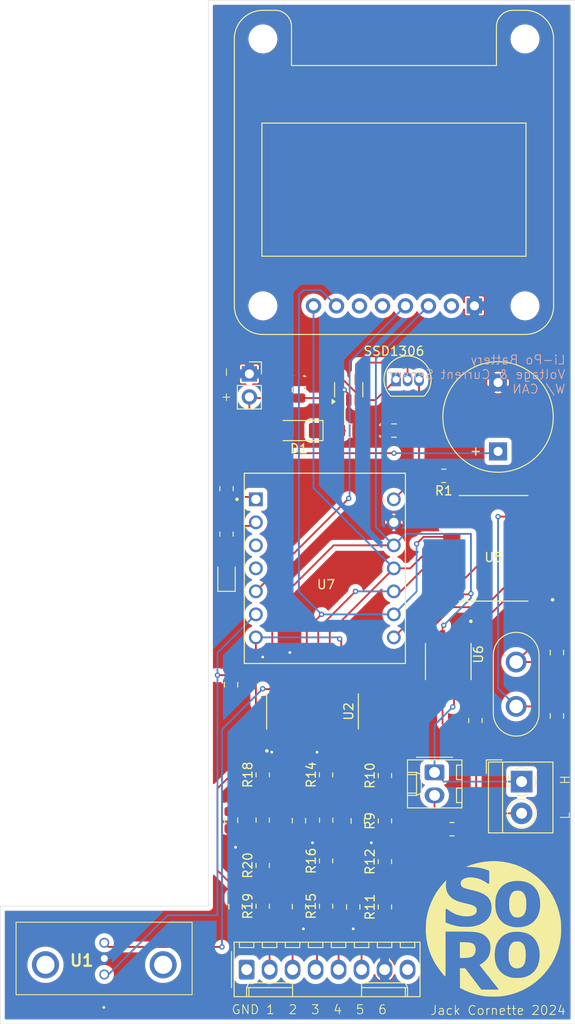
<source format=kicad_pcb>
(kicad_pcb (version 20240108) (generator "pcbnew") (generator_version "8.0")
  (layers (0 "F.Cu" signal) (31 "B.Cu" signal) (34 "B.Paste" user) (35 "F.Paste" user) (36 "B.SilkS" user "B.Silkscreen") (37 "F.SilkS" user "F.Silkscreen") (38 "B.Mask" user) (39 "F.Mask" user) (44 "Edge.Cuts" user))
  (net 0 "")
  (net 1 "Net-(BZ1-+)")
  (net 2 "-BATT")
  (net 3 "Net-(U5-OSC2)")
  (net 4 "Net-(U5-OSC1)")
  (net 5 "VCC")
  (net 6 "/A5")
  (net 7 "/A4")
  (net 8 "/A3")
  (net 9 "/A2")
  (net 10 "/A1")
  (net 11 "/A0")
  (net 12 "Net-(D1-K)")
  (net 13 "+BATT")
  (net 14 "Net-(D2-A)")
  (net 15 "Net-(J1-Pin_3)")
  (net 16 "Net-(J1-Pin_4)")
  (net 17 "/Display")
  (net 18 "Net-(J1-Pin_6)")
  (net 19 "Net-(J1-Pin_2)")
  (net 20 "Net-(J2-Pin_2)")
  (net 21 "Net-(J2-Pin_1)")
  (net 22 "Net-(J3-Pin_2)")
  (net 23 "Net-(Q1-G)")
  (net 24 "Net-(U5-~{RESET})")
  (net 25 "Net-(U6-RS)")
  (net 26 "/MISO")
  (net 27 "/SCK")
  (net 28 "/MOSI")
  (net 29 "+3V3")
  (net 35 "Net-(U5-RXCAN)")
  (net 36 "Net-(U5-TXCAN)")
  (net 42 "Net-(U7-PA02_A0_D0)")
  (net 43 "Net-(U7-PA4_A1_D1)")
  (net 46 "/CS2")
  (net 47 "/CS1")
  (net 48 "/Current")
  (footprint "Capacitor_SMD:C_0805_2012Metric" (layer "F.Cu") (at 114 149.555 -90)
    (property "Reference" "C7" (hide yes))
    (property "Value" "0.1uF" (hide yes))
    (pad "1" smd roundrect (at -0.95 0 270) (size 1 1.45) (layers "F.Cu" "F.Paste" "F.Mask") (net 8 "/A3"))
    (pad "2" smd roundrect (at 0.95 0 270) (size 1 1.45) (layers "F.Cu" "F.Paste" "F.Mask") (net 2 "-BATT"))
  )
  (footprint "LED_SMD:LED_0805_2012Metric" (layer "F.Cu") (at 106 122.5625 90)
    (property "Reference" "D2" (hide yes))
    (property "Value" "LED")
    (pad "1" smd roundrect (at -0.9375 0 90) (size 0.975 1.4) (layers "F.Cu" "F.Paste" "F.Mask") (net 2 "-BATT"))
    (pad "2" smd roundrect (at 0.9375 0 90) (size 0.975 1.4) (layers "F.Cu" "F.Paste" "F.Mask") (net 14 "Net-(D2-A)"))
  )
  (footprint "LOGO" (layer "F.Cu") (at 135.5 161.5)
    (property "Reference" "G***" (hide yes))
    (property "Value" "LOGO" (hide yes))
  )
  (footprint "MCP3208-CI_SL:SOIC127P600X175-16N" (layer "F.Cu") (at 115.5 137.5 90)
    (property "Reference" "U2" (at 0 4 -90) (layer "F.SilkS"))
    (property "Value" "MCP3208")
    (pad "1" smd roundrect (at -2.455 -4.445 90) (size 1.9 0.6) (layers "F.Cu" "F.Paste" "F.Mask") (roundrect_rratio 0.125) (net 11 "/A0"))
    (pad "2" smd roundrect (at -2.455 -3.175 90) (size 1.9 0.6) (layers "F.Cu" "F.Paste" "F.Mask") (roundrect_rratio 0.125) (net 10 "/A1"))
    (pad "3" smd roundrect (at -2.455 -1.905 90) (size 1.9 0.6) (layers "F.Cu" "F.Paste" "F.Mask") (roundrect_rratio 0.125) (net 9 "/A2"))
    (pad "4" smd roundrect (at -2.455 -0.635 90) (size 1.9 0.6) (layers "F.Cu" "F.Paste" "F.Mask") (roundrect_rratio 0.125) (net 8 "/A3"))
    (pad "5" smd roundrect (at -2.455 0.635 90) (size 1.9 0.6) (layers "F.Cu" "F.Paste" "F.Mask") (roundrect_rratio 0.125) (net 7 "/A4"))
    (pad "6" smd roundrect (at -2.455 1.905 90) (size 1.9 0.6) (layers "F.Cu" "F.Paste" "F.Mask") (roundrect_rratio 0.125) (net 6 "/A5"))
    (pad "7" smd roundrect (at -2.455 3.175 90) (size 1.9 0.6) (layers "F.Cu" "F.Paste" "F.Mask") (roundrect_rratio 0.125))
    (pad "8" smd roundrect (at -2.455 4.445 90) (size 1.9 0.6) (layers "F.Cu" "F.Paste" "F.Mask") (roundrect_rratio 0.125))
    (pad "9" smd roundrect (at 2.455 4.445 90) (size 1.9 0.6) (layers "F.Cu" "F.Paste" "F.Mask") (roundrect_rratio 0.125) (net 2 "-BATT"))
    (pad "10" smd roundrect (at 2.455 3.175 90) (size 1.9 0.6) (layers "F.Cu" "F.Paste" "F.Mask") (roundrect_rratio 0.125) (net 46 "/CS2"))
    (pad "11" smd roundrect (at 2.455 1.905 90) (size 1.9 0.6) (layers "F.Cu" "F.Paste" "F.Mask") (roundrect_rratio 0.125) (net 28 "/MOSI"))
    (pad "12" smd roundrect (at 2.455 0.635 90) (size 1.9 0.6) (layers "F.Cu" "F.Paste" "F.Mask") (roundrect_rratio 0.125) (net 26 "/MISO"))
    (pad "13" smd roundrect (at 2.455 -0.635 90) (size 1.9 0.6) (layers "F.Cu" "F.Paste" "F.Mask") (roundrect_rratio 0.125) (net 27 "/SCK"))
    (pad "14" smd roundrect (at 2.455 -1.905 90) (size 1.9 0.6) (layers "F.Cu" "F.Paste" "F.Mask") (roundrect_rratio 0.125) (net 2 "-BATT"))
    (pad "15" smd roundrect (at 2.455 -3.175 90) (size 1.9 0.6) (layers "F.Cu" "F.Paste" "F.Mask") (roundrect_rratio 0.125) (net 29 "+3V3"))
    (pad "16" smd roundrect (at 2.455 -4.445 90) (size 1.9 0.6) (layers "F.Cu" "F.Paste" "F.Mask") (roundrect_rratio 0.125) (net 29 "+3V3"))
  )
  (footprint "Capacitor_SMD:C_0805_2012Metric" (layer "F.Cu") (at 142.5 131 90)
    (property "Reference" "C1" (hide yes))
    (property "Value" "22pF")
    (pad "1" smd roundrect (at -0.95 0 90) (size 1 1.45) (layers "F.Cu" "F.Paste" "F.Mask") (net 3 "Net-(U5-OSC2)"))
    (pad "2" smd roundrect (at 0.95 0 90) (size 1 1.45) (layers "F.Cu" "F.Paste" "F.Mask") (net 2 "-BATT"))
  )
  (footprint "Resistor_SMD:R_0805_2012Metric" (layer "F.Cu") (at 106 112.9125 -90)
    (property "Reference" "R3" (hide yes))
    (property "Value" "R_Small_US" (hide yes))
    (pad "1" smd roundrect (at -0.9125 0 270) (size 1.025 1.4) (layers "F.Cu" "F.Paste" "F.Mask") (roundrect_rratio 0.243902) (net 1 "Net-(BZ1-+)"))
    (pad "2" smd roundrect (at 0.9125 0 270) (size 1.025 1.4) (layers "F.Cu" "F.Paste" "F.Mask") (roundrect_rratio 0.243902) (net 42 "Net-(U7-PA02_A0_D0)"))
  )
  (footprint "Resistor_SMD:R_0805_2012Metric" (layer "F.Cu") (at 119.5 106.5)
    (property "Reference" "R7" (hide yes))
    (property "Value" "100 ")
    (pad "1" smd roundrect (at -0.9125 0) (size 1.025 1.4) (layers "F.Cu" "F.Paste" "F.Mask") (roundrect_rratio 0.243902) (net 12 "Net-(D1-K)"))
    (pad "2" smd roundrect (at 0.9125 0) (size 1.025 1.4) (layers "F.Cu" "F.Paste" "F.Mask") (roundrect_rratio 0.243902) (net 2 "-BATT"))
  )
  (footprint "Resistor_SMD:R_0805_2012Metric" (layer "F.Cu") (at 117 159 90)
    (property "Reference" "R15" (at 0 -1.65 -90) (layer "F.SilkS"))
    (property "Value" "R_Small_US" (hide yes))
    (pad "1" smd roundrect (at -0.9125 0 90) (size 1.025 1.4) (layers "F.Cu" "F.Paste" "F.Mask") (roundrect_rratio 0.243902) (net 16 "Net-(J1-Pin_4)"))
    (pad "2" smd roundrect (at 0.9125 0 90) (size 1.025 1.4) (layers "F.Cu" "F.Paste" "F.Mask") (roundrect_rratio 0.243902) (net 9 "/A2"))
  )
  (footprint "Resistor_SMD:R_0805_2012Metric" (layer "F.Cu") (at 133.5 138.5 -90)
    (property "Reference" "R5" (hide yes))
    (property "Value" "100k")
    (pad "1" smd roundrect (at -0.9125 0 270) (size 1.025 1.4) (layers "F.Cu" "F.Paste" "F.Mask") (roundrect_rratio 0.243902) (net 25 "Net-(U6-RS)"))
    (pad "2" smd roundrect (at 0.9125 0 270) (size 1.025 1.4) (layers "F.Cu" "F.Paste" "F.Mask") (roundrect_rratio 0.243902) (net 2 "-BATT"))
  )
  (footprint "Resistor_SMD:R_0805_2012Metric" (layer "F.Cu") (at 123.5 154.0875 90)
    (property "Reference" "R12" (at 0 -1.65 -90) (layer "F.SilkS"))
    (property "Value" "R_Small_US" (hide yes))
    (pad "1" smd roundrect (at -0.9125 0 90) (size 1.025 1.4) (layers "F.Cu" "F.Paste" "F.Mask") (roundrect_rratio 0.243902) (net 7 "/A4"))
    (pad "2" smd roundrect (at 0.9125 0 90) (size 1.025 1.4) (layers "F.Cu" "F.Paste" "F.Mask") (roundrect_rratio 0.243902) (net 2 "-BATT"))
  )
  (footprint "Resistor_SMD:R_0805_2012Metric" (layer "F.Cu") (at 117 154 90)
    (property "Reference" "R16" (at 0 -1.65 -90) (layer "F.SilkS"))
    (property "Value" "R_Small_US" (hide yes))
    (pad "1" smd roundrect (at -0.9125 0 90) (size 1.025 1.4) (layers "F.Cu" "F.Paste" "F.Mask") (roundrect_rratio 0.243902) (net 9 "/A2"))
    (pad "2" smd roundrect (at 0.9125 0 90) (size 1.025 1.4) (layers "F.Cu" "F.Paste" "F.Mask") (roundrect_rratio 0.243902) (net 2 "-BATT"))
  )
  (footprint "TerminalBlock_4Ucon:TerminalBlock_4Ucon_1x02_P3.50mm_Horizontal" (layer "F.Cu") (at 138.6 145.25 -90)
    (property "Reference" "J2" (hide yes))
    (property "Value" "Screw_Terminal" (hide yes))
    (pad "1" thru_hole rect (at 0 0 270) (size 2.4 2.4) (drill 1.2) (layers "*.Cu" "*.Mask") (net 21 "Net-(J2-Pin_1)"))
    (pad "2" thru_hole circle (at 3.5 0 270) (size 2.4 2.4) (drill 1.2) (layers "*.Cu" "*.Mask") (net 20 "Net-(J2-Pin_2)"))
  )
  (footprint "Resistor_SMD:R_0805_2012Metric" (layer "F.Cu") (at 130.9125 150.5)
    (property "Reference" "R6" (hide yes))
    (property "Value" "120")
    (pad "1" smd roundrect (at -0.9125 0) (size 1.025 1.4) (layers "F.Cu" "F.Paste" "F.Mask") (roundrect_rratio 0.243902) (net 22 "Net-(J3-Pin_2)"))
    (pad "2" smd roundrect (at 0.9125 0) (size 1.025 1.4) (layers "F.Cu" "F.Paste" "F.Mask") (roundrect_rratio 0.243902) (net 20 "Net-(J2-Pin_2)"))
  )
  (footprint "Diode_SMD:D_MiniMELF" (layer "F.Cu") (at 114 106.5 180)
    (property "Reference" "D1" (at 0 -2 180) (layer "F.SilkS"))
    (property "Value" "BZV55B3V3" (hide yes))
    (pad "1" smd roundrect (at -1.75 0 180) (size 1.3 1.7) (layers "F.Cu" "F.Paste" "F.Mask") (roundrect_rratio 0.1923076923) (net 12 "Net-(D1-K)"))
    (pad "2" smd roundrect (at 1.75 0 180) (size 1.3 1.7) (layers "F.Cu" "F.Paste" "F.Mask") (roundrect_rratio 0.1923076923) (net 13 "+BATT"))
  )
  (footprint "Capacitor_SMD:C_0805_2012Metric" (layer "F.Cu") (at 106.5 149.5 -90)
    (property "Reference" "C5" (hide yes))
    (property "Value" "0.1uF" (hide yes))
    (pad "1" smd roundrect (at -0.95 0 270) (size 1 1.45) (layers "F.Cu" "F.Paste" "F.Mask") (net 10 "/A1"))
    (pad "2" smd roundrect (at 0.95 0 270) (size 1 1.45) (layers "F.Cu" "F.Paste" "F.Mask") (net 2 "-BATT"))
  )
  (footprint "Resistor_SMD:R_0805_2012Metric" (layer "F.Cu") (at 110 149.5 90)
    (property "Reference" "R17" (hide yes))
    (property "Value" "R_Small_US" (hide yes))
    (pad "1" smd roundrect (at -0.9125 0 90) (size 1.025 1.4) (layers "F.Cu" "F.Paste" "F.Mask") (roundrect_rratio 0.243902) (net 15 "Net-(J1-Pin_3)"))
    (pad "2" smd roundrect (at 0.9125 0 90) (size 1.025 1.4) (layers "F.Cu" "F.Paste" "F.Mask") (roundrect_rratio 0.243902) (net 10 "/A1"))
  )
  (footprint "Buzzer_Beeper:Buzzer_12x9.5RM7.6" (layer "F.Cu") (at 136 108.8 90)
    (property "Reference" "BZ1" (hide yes))
    (property "Value" "Buzzer")
    (fp_text user "+" (at -0.01 -2.54 -90) (layer "F.SilkS"))
    (pad "1" thru_hole rect (at 0 0 90) (size 2 2) (drill 1) (layers "*.Cu" "*.Mask") (net 1 "Net-(BZ1-+)"))
    (pad "2" thru_hole circle (at 7.6 0 90) (size 2 2) (drill 1) (layers "*.Cu" "*.Mask") (net 2 "-BATT"))
  )
  (footprint "Package_TO_SOT_SMD:SOT-23-5" (layer "F.Cu") (at 119.5 102 90)
    (property "Reference" "U3" (hide yes))
    (property "Value" "LM397")
    (pad "1" smd roundrect (at -1.1375 -0.95 90) (size 1.325 0.6) (layers "F.Cu" "F.Paste" "F.Mask") (net 12 "Net-(D1-K)"))
    (pad "2" smd roundrect (at -1.1375 0 90) (size 1.325 0.6) (layers "F.Cu" "F.Paste" "F.Mask") (net 2 "-BATT"))
    (pad "3" smd roundrect (at -1.1375 0.95 90) (size 1.325 0.6) (layers "F.Cu" "F.Paste" "F.Mask") (net 13 "+BATT"))
    (pad "4" smd roundrect (at 1.1375 0.95 90) (size 1.325 0.6) (layers "F.Cu" "F.Paste" "F.Mask") (net 23 "Net-(Q1-G)"))
    (pad "5" smd roundrect (at 1.1375 -0.95 90) (size 1.325 0.6) (layers "F.Cu" "F.Paste" "F.Mask") (net 13 "+BATT"))
  )
  (footprint "MAX13051ASA_:SOIC127P600X175-8N" (layer "F.Cu") (at 130.5 132 -90)
    (property "Reference" "U6" (at -0.795 -3.332 90) (layer "F.SilkS"))
    (property "Value" "MAX3051")
    (pad "1" smd roundrect (at -2.475 -1.905 270) (size 1.97 0.59) (layers "F.Cu" "F.Paste" "F.Mask") (roundrect_rratio 0.125) (net 36 "Net-(U5-TXCAN)"))
    (pad "2" smd roundrect (at -2.475 -0.635 270) (size 1.97 0.59) (layers "F.Cu" "F.Paste" "F.Mask") (roundrect_rratio 0.125) (net 2 "-BATT"))
    (pad "3" smd roundrect (at -2.475 0.635 270) (size 1.97 0.59) (layers "F.Cu" "F.Paste" "F.Mask") (roundrect_rratio 0.125) (net 29 "+3V3"))
    (pad "4" smd roundrect (at -2.475 1.905 270) (size 1.97 0.59) (layers "F.Cu" "F.Paste" "F.Mask") (roundrect_rratio 0.125) (net 35 "Net-(U5-RXCAN)"))
    (pad "5" smd roundrect (at 2.475 1.905 270) (size 1.97 0.59) (layers "F.Cu" "F.Paste" "F.Mask") (roundrect_rratio 0.125))
    (pad "6" smd roundrect (at 2.475 0.635 270) (size 1.97 0.59) (layers "F.Cu" "F.Paste" "F.Mask") (roundrect_rratio 0.125) (net 20 "Net-(J2-Pin_2)"))
    (pad "7" smd roundrect (at 2.475 -0.635 270) (size 1.97 0.59) (layers "F.Cu" "F.Paste" "F.Mask") (roundrect_rratio 0.125) (net 21 "Net-(J2-Pin_1)"))
    (pad "8" smd roundrect (at 2.475 -1.905 270) (size 1.97 0.59) (layers "F.Cu" "F.Paste" "F.Mask") (roundrect_rratio 0.125) (net 25 "Net-(U6-RS)"))
  )
  (footprint "KiCad:WCS1700" (layer "F.Cu") (at 92.5 166.04)
    (property "Reference" "U1" (at -2.5 -1.04 0) (layer "F.SilkS") (effects (font (size 1.27 1.27) (thickness 0.254))))
    (property "Value" "WCS1700" (hide yes))
    (pad "1" thru_hole circle (at 0 0.5) (size 1.1 1.1) (drill 0.77) (layers "*.Cu" "*.Mask") (net 48 "/Current"))
    (pad "2" thru_hole circle (at 0 -1.27) (size 1.1 1.1) (drill 0.77) (layers "*.Cu" "*.Mask") (net 2 "-BATT"))
    (pad "3" thru_hole circle (at 0 -3) (size 1.1 1.1) (drill 0.77) (layers "*.Cu" "*.Mask") (net 29 "+3V3"))
    (pad "MH1" thru_hole circle (at -6.5 -0.57) (size 3 3) (drill 2) (layers "*.Cu" "*.Mask"))
    (pad "MH2" thru_hole circle (at 6.5 -0.57) (size 3 3) (drill 2) (layers "*.Cu" "*.Mask"))
  )
  (footprint "Resistor_SMD:R_0805_2012Metric" (layer "F.Cu") (at 110 154.5 90)
    (property "Reference" "R20" (at 0 -1.65 -90) (layer "F.SilkS"))
    (property "Value" "R_Small_US" (hide yes))
    (pad "1" smd roundrect (at -0.9125 0 90) (size 1.025 1.4) (layers "F.Cu" "F.Paste" "F.Mask") (roundrect_rratio 0.243902) (net 11 "/A0"))
    (pad "2" smd roundrect (at 0.9125 0 90) (size 1.025 1.4) (layers "F.Cu" "F.Paste" "F.Mask") (roundrect_rratio 0.243902) (net 2 "-BATT"))
  )
  (footprint "Resistor_SMD:R_0805_2012Metric" (layer "F.Cu") (at 110 144.5 90)
    (property "Reference" "R18" (at 0 -1.65 -90) (layer "F.SilkS"))
    (property "Value" "R_Small_US" (hide yes))
    (pad "1" smd roundrect (at -0.9125 0 90) (size 1.025 1.4) (layers "F.Cu" "F.Paste" "F.Mask") (roundrect_rratio 0.243902) (net 10 "/A1"))
    (pad "2" smd roundrect (at 0.9125 0 90) (size 1.025 1.4) (layers "F.Cu" "F.Paste" "F.Mask") (roundrect_rratio 0.243902) (net 2 "-BATT"))
  )
  (footprint "Resistor_SMD:R_0805_2012Metric" (layer "F.Cu") (at 123.5 149.5875 90)
    (property "Reference" "R9" (at 0 -1.65 -90) (layer "F.SilkS"))
    (property "Value" "R_Small_US" (hide yes))
    (pad "1" smd roundrect (at -0.9125 0 90) (size 1.025 1.4) (layers "F.Cu" "F.Paste" "F.Mask") (roundrect_rratio 0.243902))
    (pad "2" smd roundrect (at 0.9125 0 90) (size 1.025 1.4) (layers "F.Cu" "F.Paste" "F.Mask") (roundrect_rratio 0.243902) (net 6 "/A5"))
  )
  (footprint "Resistor_SMD:R_0805_2012Metric" (layer "F.Cu") (at 110 159 90)
    (property "Reference" "R19" (at 0 -1.65 -90) (layer "F.SilkS"))
    (property "Value" "R_Small_US" (hide yes))
    (pad "1" smd roundrect (at -0.9125 0 90) (size 1.025 1.4) (layers "F.Cu" "F.Paste" "F.Mask") (roundrect_rratio 0.243902) (net 19 "Net-(J1-Pin_2)"))
    (pad "2" smd roundrect (at 0.9125 0 90) (size 1.025 1.4) (layers "F.Cu" "F.Paste" "F.Mask") (roundrect_rratio 0.243902) (net 11 "/A0"))
  )
  (footprint "Capacitor_SMD:C_0805_2012Metric" (layer "F.Cu") (at 114 159.05 -90)
    (property "Reference" "C6" (hide yes))
    (property "Value" "0.1uF" (hide yes))
    (pad "1" smd roundrect (at -0.95 0 270) (size 1 1.45) (layers "F.Cu" "F.Paste" "F.Mask") (net 9 "/A2"))
    (pad "2" smd roundrect (at 0.95 0 270) (size 1 1.45) (layers "F.Cu" "F.Paste" "F.Mask") (net 2 "-BATT"))
  )
  (footprint "Resistor_SMD:R_0805_2012Metric" (layer "F.Cu") (at 117.01 149.505 90)
    (property "Reference" "R13" (hide yes))
    (property "Value" "R_Small_US" (hide yes))
    (pad "1" smd roundrect (at -0.9125 0 90) (size 1.025 1.4) (layers "F.Cu" "F.Paste" "F.Mask") (roundrect_rratio 0.243902) (net 16 "Net-(J1-Pin_4)"))
    (pad "2" smd roundrect (at 0.9125 0 90) (size 1.025 1.4) (layers "F.Cu" "F.Paste" "F.Mask") (roundrect_rratio 0.243902) (net 8 "/A3"))
  )
  (footprint "Resistor_SMD:R_0805_2012Metric" (layer "F.Cu") (at 130 111.5 180)
    (property "Reference" "R1" (at 0 -1.65 180) (layer "F.SilkS"))
    (property "Value" "10k")
    (pad "1" smd roundrect (at -0.9125 0 180) (size 1.025 1.4) (layers "F.Cu" "F.Paste" "F.Mask") (roundrect_rratio 0.243902) (net 24 "Net-(U5-~{RESET})"))
    (pad "2" smd roundrect (at 0.9125 0 180) (size 1.025 1.4) (layers "F.Cu" "F.Paste" "F.Mask") (roundrect_rratio 0.243902) (net 5 "VCC"))
  )
  (footprint "Resistor_SMD:R_0805_2012Metric" (layer "F.Cu") (at 106 117.9375 -90)
    (property "Reference" "R2" (hide yes))
    (property "Value" "R_Small_US" (hide yes))
    (pad "1" smd roundrect (at -0.9125 0 270) (size 1.025 1.4) (layers "F.Cu" "F.Paste" "F.Mask") (roundrect_rratio 0.243902) (net 43 "Net-(U7-PA4_A1_D1)"))
    (pad "2" smd roundrect (at 0.9125 0 270) (size 1.025 1.4) (layers "F.Cu" "F.Paste" "F.Mask") (roundrect_rratio 0.243902) (net 14 "Net-(D2-A)"))
  )
  (footprint "Display:Adafruit_SSD1306" (layer "F.Cu") (at 133.39 92.735 180)
    (property "Reference" "SSD1306" (at 8.89 -5 180) (layer "F.SilkS"))
    (property "Value" "~")
    (pad "" np_thru_hole circle (at -5.588 0 180) (size 2.7 2.7) (drill 2.7) (layers "*.Cu" "*.Mask"))
    (pad "" np_thru_hole circle (at -5.588 29.464 180) (size 2.7 2.7) (drill 2.7) (layers "*.Cu" "*.Mask"))
    (pad "" np_thru_hole circle (at 23.368 0 180) (size 2.7 2.7) (drill 2.7) (layers "*.Cu" "*.Mask"))
    (pad "" np_thru_hole circle (at 23.368 29.464 180) (size 2.7 2.7) (drill 2.7) (layers "*.Cu" "*.Mask"))
    (pad "1" thru_hole rect (at 0 0 180) (size 1.7 1.7) (drill 1) (layers "*.Cu" "*.Mask") (net 2 "-BATT"))
    (pad "2" thru_hole circle (at 2.54 0 180) (size 1.7 1.7) (drill 1) (layers "*.Cu" "*.Mask"))
    (pad "3" thru_hole circle (at 5.08 0 180) (size 1.7 1.7) (drill 1) (layers "*.Cu" "*.Mask") (net 29 "+3V3"))
    (pad "4" thru_hole circle (at 7.62 0 180) (size 1.7 1.7) (drill 1) (layers "*.Cu" "*.Mask") (net 17 "/Display"))
    (pad "5" thru_hole circle (at 10.16 0 180) (size 1.7 1.7) (drill 1) (layers "*.Cu" "*.Mask"))
    (pad "6" thru_hole circle (at 12.7 0 180) (size 1.7 1.7) (drill 1) (layers "*.Cu" "*.Mask"))
    (pad "7" thru_hole circle (at 15.24 0 180) (size 1.7 1.7) (drill 1) (layers "*.Cu" "*.Mask") (net 27 "/SCK"))
    (pad "8" thru_hole circle (at 17.78 0 180) (size 1.7 1.7) (drill 1) (layers "*.Cu" "*.Mask") (net 28 "/MOSI"))
  )
  (footprint "102010388:MODULE_102010388" (layer "F.Cu") (at 116.8625 121.71)
    (property "Reference" "U7" (at 0.1375 1.79 0) (layer "F.SilkS"))
    (property "Value" "102010388" (hide yes))
    (pad "1" thru_hole rect (at -7.62 -7.62) (size 1.53 1.53) (drill 1.02) (layers "*.Cu" "*.Mask") (net 42 "Net-(U7-PA02_A0_D0)"))
    (pad "2" thru_hole circle (at -7.62 -5.08) (size 1.53 1.53) (drill 1.02) (layers "*.Cu" "*.Mask") (net 43 "Net-(U7-PA4_A1_D1)"))
    (pad "3" thru_hole circle (at -7.62 -2.54) (size 1.53 1.53) (drill 1.02) (layers "*.Cu" "*.Mask"))
    (pad "4" thru_hole circle (at -7.62 0) (size 1.53 1.53) (drill 1.02) (layers "*.Cu" "*.Mask"))
    (pad "5" thru_hole circle (at -7.62 2.54) (size 1.53 1.53) (drill 1.02) (layers "*.Cu" "*.Mask") (net 17 "/Display"))
    (pad "6" thru_hole circle (at -7.62 5.08) (size 1.53 1.53) (drill 1.02) (layers "*.Cu" "*.Mask") (net 48 "/Current"))
    (pad "7" thru_hole circle (at -7.62 7.62) (size 1.53 1.53) (drill 1.02) (layers "*.Cu" "*.Mask") (net 46 "/CS2"))
    (pad "8" thru_hole circle (at 7.62 7.62) (size 1.53 1.53) (drill 1.02) (layers "*.Cu" "*.Mask") (net 47 "/CS1"))
    (pad "9" thru_hole circle (at 7.62 5.08) (size 1.53 1.53) (drill 1.02) (layers "*.Cu" "*.Mask") (net 27 "/SCK"))
    (pad "10" thru_hole circle (at 7.62 2.54) (size 1.53 1.53) (drill 1.02) (layers "*.Cu" "*.Mask") (net 26 "/MISO"))
    (pad "11" thru_hole circle (at 7.62 0) (size 1.53 1.53) (drill 1.02) (layers "*.Cu" "*.Mask") (net 28 "/MOSI"))
    (pad "12" thru_hole circle (at 7.62 -2.54) (size 1.53 1.53) (drill 1.02) (layers "*.Cu" "*.Mask") (net 29 "+3V3"))
    (pad "13" thru_hole circle (at 7.62 -5.08) (size 1.53 1.53) (drill 1.02) (layers "*.Cu" "*.Mask") (net 2 "-BATT"))
    (pad "14" thru_hole circle (at 7.62 -7.62) (size 1.53 1.53) (drill 1.02) (layers "*.Cu" "*.Mask") (net 5 "VCC"))
  )
  (footprint "Capacitor_SMD:C_0805_2012Metric" (layer "F.Cu") (at 142.5 138 -90)
    (property "Reference" "C2" (hide yes))
    (property "Value" "22pF" (hide yes))
    (pad "1" smd roundrect (at -0.95 0 270) (size 1 1.45) (layers "F.Cu" "F.Paste" "F.Mask") (net 4 "Net-(U5-OSC1)"))
    (pad "2" smd roundrect (at 0.95 0 270) (size 1 1.45) (layers "F.Cu" "F.Paste" "F.Mask") (net 2 "-BATT"))
  )
  (footprint "Capacitor_SMD:C_0805_2012Metric" (layer "F.Cu") (at 106.5 134.55 90)
    (property "Reference" "C10" (hide yes))
    (property "Value" "0.1uF")
    (pad "1" smd roundrect (at -0.95 0 90) (size 1 1.45) (layers "F.Cu" "F.Paste" "F.Mask") (net 2 "-BATT"))
    (pad "2" smd roundrect (at 0.95 0 90) (size 1 1.45) (layers "F.Cu" "F.Paste" "F.Mask") (net 48 "/Current"))
  )
  (footprint "Resistor_SMD:R_0805_2012Metric" (layer "F.Cu") (at 123.5 144.5875 90)
    (property "Reference" "R10" (at 0 -1.65 -90) (layer "F.SilkS"))
    (property "Value" "R_Small_US" (hide yes))
    (pad "1" smd roundrect (at -0.9125 0 90) (size 1.025 1.4) (layers "F.Cu" "F.Paste" "F.Mask") (roundrect_rratio 0.243902) (net 6 "/A5"))
    (pad "2" smd roundrect (at 0.9125 0 90) (size 1.025 1.4) (layers "F.Cu" "F.Paste" "F.Mask") (roundrect_rratio 0.243902) (net 2 "-BATT"))
  )
  (footprint "Capacitor_SMD:C_0805_2012Metric" (layer "F.Cu") (at 124.5 106.5)
    (property "Reference" "C3" (hide yes))
    (property "Value" "0.1uF")
    (pad "1" smd roundrect (at -0.95 0) (size 1 1.45) (layers "F.Cu" "F.Paste" "F.Mask") (net 2 "-BATT"))
    (pad "2" smd roundrect (at 0.95 0) (size 1 1.45) (layers "F.Cu" "F.Paste" "F.Mask") (net 5 "VCC"))
  )
  (footprint "Capacitor_SMD:C_0805_2012Metric" (layer "F.Cu") (at 107 159.05 -90)
    (property "Reference" "C4" (hide yes))
    (property "Value" "0.1uF")
    (pad "1" smd roundrect (at -0.95 0 270) (size 1 1.45) (layers "F.Cu" "F.Paste" "F.Mask") (net 11 "/A0"))
    (pad "2" smd roundrect (at 0.95 0 270) (size 1 1.45) (layers "F.Cu" "F.Paste" "F.Mask") (net 2 "-BATT"))
  )
  (footprint "Capacitor_SMD:C_0805_2012Metric" (layer "F.Cu") (at 120 159.0875 -90)
    (property "Reference" "C8" (hide yes))
    (property "Value" "0.1uF" (hide yes))
    (pad "1" smd roundrect (at -0.95 0 270) (size 1 1.45) (layers "F.Cu" "F.Paste" "F.Mask") (net 7 "/A4"))
    (pad "2" smd roundrect (at 0.95 0 270) (size 1 1.45) (layers "F.Cu" "F.Paste" "F.Mask") (net 2 "-BATT"))
  )
  (footprint "Resistor_SMD:R_0805_2012Metric" (layer "F.Cu") (at 123.5 159.0875 90)
    (property "Reference" "R11" (at 0 -1.65 -90) (layer "F.SilkS"))
    (property "Value" "R_Small_US" (hide yes))
    (pad "1" smd roundrect (at -0.9125 0 90) (size 1.025 1.4) (layers "F.Cu" "F.Paste" "F.Mask") (roundrect_rratio 0.243902) (net 18 "Net-(J1-Pin_6)"))
    (pad "2" smd roundrect (at 0.9125 0 90) (size 1.025 1.4) (layers "F.Cu" "F.Paste" "F.Mask") (roundrect_rratio 0.243902) (net 7 "/A4"))
  )
  (footprint "Package_TO_SOT_THT:TO-92_Inline" (layer "F.Cu") (at 124.73 100.86)
    (property "Reference" "Q1" (hide yes))
    (property "Value" "BS108")
    (pad "1" thru_hole rect (at 0 0) (size 1.05 1.5) (drill 0.75) (layers "*.Cu" "*.Mask") (net 13 "+BATT"))
    (pad "2" thru_hole oval (at 1.27 0) (size 1.05 1.5) (drill 0.75) (layers "*.Cu" "*.Mask") (net 23 "Net-(Q1-G)"))
    (pad "3" thru_hole oval (at 2.54 0) (size 1.05 1.5) (drill 0.75) (layers "*.Cu" "*.Mask") (net 5 "VCC"))
  )
  (footprint "Connector_Molex:Molex_KK-254_AE-6410-08A_1x08_P2.54mm_Vertical" (layer "F.Cu") (at 108.22 166)
    (property "Reference" "J1" (hide yes))
    (property "Value" "Conn_01x07_Pin" (hide yes))
    (pad "1" thru_hole roundrect (at 0 0) (size 1.74 2.19) (drill 1.19) (layers "*.Cu" "*.Mask") (roundrect_rratio 0.143678) (net 2 "-BATT"))
    (pad "2" thru_hole oval (at 2.54 0) (size 1.74 2.19) (drill 1.19) (layers "*.Cu" "*.Mask") (net 19 "Net-(J1-Pin_2)"))
    (pad "3" thru_hole oval (at 5.08 0) (size 1.74 2.19) (drill 1.19) (layers "*.Cu" "*.Mask") (net 13 "+BATT"))
    (pad "4" thru_hole oval (at 7.62 0) (size 1.74 2.19) (drill 1.19) (layers "*.Cu" "*.Mask") (net 16 "Net-(J1-Pin_4)"))
    (pad "5" thru_hole oval (at 10.16 0) (size 1.74 2.19) (drill 1.19) (layers "*.Cu" "*.Mask"))
    (pad "6" thru_hole oval (at 12.7 0) (size 1.74 2.19) (drill 1.19) (layers "*.Cu" "*.Mask") (net 18 "Net-(J1-Pin_6)"))
    (pad "7" thru_hole oval (at 15.24 0) (size 1.74 2.19) (drill 1.19) (layers "*.Cu" "*.Mask"))
    (pad "8" thru_hole oval (at 17.78 0) (size 1.74 2.19) (drill 1.19) (layers "*.Cu" "*.Mask"))
  )
  (footprint "MCP2515-I_SO:SOIC127P1030X265-18N" (layer "F.Cu") (at 135.5 119.5 180)
    (property "Reference" "U5" (at 0 -1 180) (layer "F.SilkS"))
    (property "Value" "MCP2515-xSO")
    (pad "1" smd roundrect (at -4.61 -5.08 180) (size 1.91 0.6) (layers "F.Cu" "F.Paste" "F.Mask") (roundrect_rratio 0.125) (net 36 "Net-(U5-TXCAN)"))
    (pad "2" smd roundrect (at -4.61 -3.81 180) (size 1.91 0.6) (layers "F.Cu" "F.Paste" "F.Mask") (roundrect_rratio 0.125) (net 35 "Net-(U5-RXCAN)"))
    (pad "3" smd roundrect (at -4.61 -2.54 180) (size 1.91 0.6) (layers "F.Cu" "F.Paste" "F.Mask") (roundrect_rratio 0.125))
    (pad "4" smd roundrect (at -4.61 -1.27 180) (size 1.91 0.6) (layers "F.Cu" "F.Paste" "F.Mask") (roundrect_rratio 0.125))
    (pad "5" smd roundrect (at -4.61 0 180) (size 1.91 0.6) (layers "F.Cu" "F.Paste" "F.Mask") (roundrect_rratio 0.125))
    (pad "6" smd roundrect (at -4.61 1.27 180) (size 1.91 0.6) (layers "F.Cu" "F.Paste" "F.Mask") (roundrect_rratio 0.125))
    (pad "7" smd roundrect (at -4.61 2.54 180) (size 1.91 0.6) (layers "F.Cu" "F.Paste" "F.Mask") (roundrect_rratio 0.125) (net 3 "Net-(U5-OSC2)"))
    (pad "8" smd roundrect (at -4.61 3.81 180) (size 1.91 0.6) (layers "F.Cu" "F.Paste" "F.Mask") (roundrect_rratio 0.125) (net 4 "Net-(U5-OSC1)"))
    (pad "9" smd roundrect (at -4.61 5.08 180) (size 1.91 0.6) (layers "F.Cu" "F.Paste" "F.Mask") (roundrect_rratio 0.125) (net 2 "-BATT"))
    (pad "10" smd roundrect (at 4.61 5.08 180) (size 1.91 0.6) (layers "F.Cu" "F.Paste" "F.Mask") (roundrect_rratio 0.125))
    (pad "11" smd roundrect (at 4.61 3.81 180) (size 1.91 0.6) (layers "F.Cu" "F.Paste" "F.Mask") (roundrect_rratio 0.125))
    (pad "12" smd roundrect (at 4.61 2.54 180) (size 1.91 0.6) (layers "F.Cu" "F.Paste" "F.Mask") (roundrect_rratio 0.125))
    (pad "13" smd roundrect (at 4.61 1.27 180) (size 1.91 0.6) (layers "F.Cu" "F.Paste" "F.Mask") (roundrect_rratio 0.125) (net 27 "/SCK"))
    (pad "14" smd roundrect (at 4.61 0 180) (size 1.91 0.6) (layers "F.Cu" "F.Paste" "F.Mask") (roundrect_rratio 0.125) (net 28 "/MOSI"))
    (pad "15" smd roundrect (at 4.61 -1.27 180) (size 1.91 0.6) (layers "F.Cu" "F.Paste" "F.Mask") (roundrect_rratio 0.125) (net 26 "/MISO"))
    (pad "16" smd roundrect (at 4.61 -2.54 180) (size 1.91 0.6) (layers "F.Cu" "F.Paste" "F.Mask") (roundrect_rratio 0.125) (net 47 "/CS1"))
    (pad "17" smd roundrect (at 4.61 -3.81 180) (size 1.91 0.6) (layers "F.Cu" "F.Paste" "F.Mask") (roundrect_rratio 0.125) (net 24 "Net-(U5-~{RESET})"))
    (pad "18" smd roundrect (at 4.61 -5.08 180) (size 1.91 0.6) (layers "F.Cu" "F.Paste" "F.Mask") (roundrect_rratio 0.125) (net 29 "+3V3"))
  )
  (footprint "Capacitor_SMD:C_0805_2012Metric" (layer "F.Cu") (at 120.5 149.5875 -90)
    (property "Reference" "C9" (hide yes))
    (property "Value" "0.1uF" (hide yes))
    (pad "1" smd roundrect (at -0.95 0 270) (size 1 1.45) (layers "F.Cu" "F.Paste" "F.Mask") (net 6 "/A5"))
    (pad "2" smd roundrect (at 0.95 0 270) (size 1 1.45) (layers "F.Cu" "F.Paste" "F.Mask") (net 2 "-BATT"))
  )
  (footprint "Crystal:Crystal_HC50_Vertical" (layer "F.Cu") (at 138 132.05 -90)
    (property "Reference" "U4" (hide yes))
    (property "Value" "Crystal_Oscillator_8MHz")
    (pad "1" thru_hole circle (at 0 0 270) (size 2.3 2.3) (drill 1.5) (layers "*.Cu" "*.Mask") (net 3 "Net-(U5-OSC2)"))
    (pad "2" thru_hole circle (at 4.9 0 270) (size 2.3 2.3) (drill 1.5) (layers "*.Cu" "*.Mask") (net 4 "Net-(U5-OSC1)"))
  )
  (footprint "Connector_PinSocket_2.54mm:PinSocket_1x02_P2.54mm_Vertical" (layer "F.Cu") (at 108.525 100.25)
    (property "Reference" "REF**" (hide yes))
    (property "Value" "PinSocket_1x02_P2.54mm_Vertical" (hide yes))
    (pad "1" thru_hole rect (at 0 0) (size 1.7 1.7) (drill 1) (layers "*.Cu" "*.Mask") (net 2 "-BATT"))
    (pad "2" thru_hole oval (at 0 2.54) (size 1.7 1.7) (drill 1) (layers "*.Cu" "*.Mask") (net 13 "+BATT"))
  )
  (footprint "Connector_Molex:Molex_KK-254_AE-6410-02A_1x02_P2.54mm_Vertical" (layer "F.Cu") (at 128.98 144.23 -90)
    (property "Reference" "J3" (hide yes))
    (property "Value" "Conn_01x02_Pin" (hide yes))
    (pad "1" thru_hole roundrect (at 0 0 270) (size 1.74 2.19) (drill 1.19) (layers "*.Cu" "*.Mask") (roundrect_rratio 0.143678) (net 21 "Net-(J2-Pin_1)"))
    (pad "2" thru_hole oval (at 2.54 0 270) (size 1.74 2.19) (drill 1.19) (layers "*.Cu" "*.Mask") (net 22 "Net-(J3-Pin_2)"))
  )
  (footprint "Resistor_SMD:R_0805_2012Metric" (layer "F.Cu") (at 114 102 90)
    (property "Reference" "R4" (hide yes))
    (property "Value" "10k")
    (pad "1" smd roundrect (at -0.9125 0 90) (size 1.025 1.4) (layers "F.Cu" "F.Paste" "F.Mask") (roundrect_rratio 0.243902) (net 13 "+BATT"))
    (pad "2" smd roundrect (at 0.9125 0 90) (size 1.025 1.4) (layers "F.Cu" "F.Paste" "F.Mask") (roundrect_rratio 0.243902) (net 2 "-BATT"))
  )
  (footprint "Resistor_SMD:R_0805_2012Metric" (layer "F.Cu") (at 117 144.5 90)
    (property "Reference" "R14" (at 0 -1.65 -90) (layer "F.SilkS"))
    (property "Value" "R_Small_US" (hide yes))
    (pad "1" smd roundrect (at -0.9125 0 90) (size 1.025 1.4) (layers "F.Cu" "F.Paste" "F.Mask") (roundrect_rratio 0.243902) (net 8 "/A3"))
    (pad "2" smd roundrect (at 0.9125 0 90) (size 1.025 1.4) (layers "F.Cu" "F.Paste" "F.Mask") (roundrect_rratio 0.243902) (net 2 "-BATT"))
  )
  (gr_poly (pts (xy 144.5 59) (xy 104 59) (xy 104 159) (xy 81 159) (xy 81 172) (xy 144.5 172)) (stroke (width 0.05)) (fill none) (layer "Edge.Cuts"))
  (gr_text "Li-Po Battery\nVoltage & Current Sensor\nW/ CAN\n" (at 143.5 102.5 0) (layer "B.SilkS") (effects (font (size 1 1) (thickness 0.1)) (justify left bottom mirror)))
  (gr_text "Jack Cornette 2024" (at 136 170.5 0) (layer "F.SilkS") (effects (font (size 1 1) (thickness 0.1))))
  (gr_text "L    H" (at 144 149.5 90) (layer "F.SilkS") (effects (font (size 1 1) (thickness 0.1)) (justify left bottom)))
  (gr_text "GND 1  2  3  4  5  6" (at 106.5 171 0) (layer "F.SilkS") (effects (font (size 1 1) (thickness 0.1)) (justify left bottom)))
  (gr_text "+  -" (at 106.5 103.5 90) (layer "F.SilkS") (effects (font (size 1 1) (thickness 0.1)) (justify left bottom)))
  (segment (start 124.5 109) (end 107.5 109) (width 0.2) (layer "F.Cu") (net 1))
  (segment (start 106 110.5) (end 106 112) (width 0.2) (layer "F.Cu") (net 1))
  (segment (start 107.5 109) (end 106 110.5) (width 0.2) (layer "F.Cu") (net 1))
  (via (at 124.5 109) (size 0.6) (drill 0.3) (layers "F.Cu" "B.Cu") (net 1))
  (segment (start 135.8 109) (end 136 108.8) (width 0.2) (layer "B.Cu") (net 1))
  (segment (start 124.5 109) (end 135.8 109) (width 0.2) (layer "B.Cu") (net 1))
  (segment (start 119.5 102.5) (end 119.5 103.1375) (width 0.2) (layer "F.Cu") (net 2))
  (segment (start 113.3375 134.66) (end 113.7225 135.045) (width 0.2) (layer "F.Cu") (net 2))
  (segment (start 113.1625 100.25) (end 114 101.0875) (width 0.2) (layer "F.Cu") (net 2))
  (segment (start 108.525 100.25) (end 113.1625 100.25) (width 0.2) (layer "F.Cu") (net 2))
  (segment (start 119 102) (end 119.5 102.5) (width 0.2) (layer "F.Cu") (net 2))
  (via (at 111 142) (size 0.6) (drill 0.3) (layers "F.Cu" "B.Cu") (net 2))
  (via (at 120 161.5) (size 0.6) (drill 0.3) (layers "F.Cu" "B.Cu") (net 2))
  (via (at 110 131.5) (size 0.6) (drill 0.3) (layers "F.Cu" "B.Cu") (net 2))
  (via (at 122 152) (size 0.6) (drill 0.3) (layers "F.Cu" "B.Cu") (net 2))
  (via (at 114.5 161.5) (size 0.6) (drill 0.3) (layers "F.Cu" "B.Cu") (net 2))
  (via (at 113 131) (size 0.6) (drill 0.3) (layers "F.Cu" "B.Cu") (net 2))
  (via (at 115.5 152) (size 0.6) (drill 0.3) (layers "F.Cu" "B.Cu") (net 2))
  (via (at 116 142) (size 0.6) (drill 0.3) (layers "F.Cu" "B.Cu") (net 2))
  (via (at 107 152.5) (size 0.6) (drill 0.3) (layers "F.Cu" "B.Cu") (net 2))
  (via (at 119 102) (size 0.6) (drill 0.3) (layers "F.Cu" "B.Cu") (net 2))
  (segment (start 138 132.05) (end 142.4 132.05) (width 0.2) (layer "F.Cu") (net 3))
  (segment (start 138 132.05) (end 142.5 127.55) (width 0.2) (layer "F.Cu") (net 3))
  (segment (start 141.96 116.96) (end 140.11 116.96) (width 0.2) (layer "F.Cu") (net 3))
  (segment (start 142.5 117.5) (end 141.96 116.96) (width 0.2) (layer "F.Cu") (net 3))
  (segment (start 142.4 132.05) (end 142.5 131.95) (width 0.2) (layer "F.Cu") (net 3))
  (segment (start 142.5 127.55) (end 142.5 117.5) (width 0.2) (layer "F.Cu") (net 3))
  (segment (start 139.8 116) (end 140.11 115.69) (width 0.2) (layer "F.Cu") (net 4))
  (segment (start 138 136.95) (end 142.4 136.95) (width 0.2) (layer "F.Cu") (net 4))
  (segment (start 142.4 136.95) (end 142.5 137.05) (width 0.2) (layer "F.Cu") (net 4))
  (segment (start 136 116) (end 139.8 116) (width 0.2) (layer "F.Cu") (net 4))
  (via (at 136 116) (size 0.6) (drill 0.3) (layers "F.Cu" "B.Cu") (net 4))
  (segment (start 136 134.95) (end 136 116) (width 0.2) (layer "B.Cu") (net 4))
  (segment (start 138 136.95) (end 136 134.95) (width 0.2) (layer "B.Cu") (net 4))
  (segment (start 127.27 111.3025) (end 124.4825 114.09) (width 0.2) (layer "F.Cu") (net 5))
  (segment (start 127.4675 111.5) (end 129.0875 111.5) (width 0.2) (layer "F.Cu") (net 5))
  (segment (start 127.27 111.3025) (end 127.4675 111.5) (width 0.2) (layer "F.Cu") (net 5))
  (segment (start 127.27 100.86) (end 127.27 104.68) (width 0.2) (layer "F.Cu") (net 5))
  (segment (start 127.27 104.68) (end 125.45 106.5) (width 0.2) (layer "F.Cu") (net 5))
  (segment (start 127.27 104.68) (end 127.27 111.3025) (width 0.2) (layer "F.Cu") (net 5))
  (segment (start 120.5 148.6375) (end 123.4625 148.6375) (width 0.2) (layer "F.Cu") (net 6))
  (segment (start 123.5 148.675) (end 123.5 145.5) (width 0.2) (layer "F.Cu") (net 6))
  (segment (start 117.405 140.904999) (end 117.405 139.955) (width 0.2) (layer "F.Cu") (net 6))
  (segment (start 123.4625 148.6375) (end 123.5 148.675) (width 0.2) (layer "F.Cu") (net 6))
  (segment (start 122.000001 145.5) (end 117.405 140.904999) (width 0.2) (layer "F.Cu") (net 6))
  (segment (start 123.5 145.5) (end 122.000001 145.5) (width 0.2) (layer "F.Cu") (net 6))
  (segment (start 119 153.5) (end 120.5 155) (width 0.2) (layer "F.Cu") (net 7))
  (segment (start 116.135 139.955) (end 116.135 140.635) (width 0.2) (layer "F.Cu") (net 7))
  (segment (start 123.4625 158.1375) (end 123.5 158.175) (width 0.2) (layer "F.Cu") (net 7))
  (segment (start 120 158.1375) (end 123.4625 158.1375) (width 0.2) (layer "F.Cu") (net 7))
  (segment (start 123.5 158.175) (end 123.5 155) (width 0.2) (layer "F.Cu") (net 7))
  (segment (start 119 143.5) (end 119 153.5) (width 0.2) (layer "F.Cu") (net 7))
  (segment (start 120.5 155) (end 123.5 155) (width 0.2) (layer "F.Cu") (net 7))
  (segment (start 116.135 140.635) (end 119 143.5) (width 0.2) (layer "F.Cu") (net 7))
  (segment (start 117.01 148.5925) (end 117.01 145.4225) (width 0.2) (layer "F.Cu") (net 8))
  (segment (start 116.9975 148.605) (end 117.01 148.5925) (width 0.2) (layer "F.Cu") (net 8))
  (segment (start 117.01 145.4225) (end 117 145.4125) (width 0.2) (layer "F.Cu") (net 8))
  (segment (start 114.865 143.2775) (end 117 145.4125) (width 0.2) (layer "F.Cu") (net 8))
  (segment (start 113.51 148.605) (end 116.9975 148.605) (width 0.2) (layer "F.Cu") (net 8))
  (segment (start 114.865 139.955) (end 114.865 143.2775) (width 0.2) (layer "F.Cu") (net 8))
  (segment (start 117 158.0875) (end 117 156.325) (width 0.2) (layer "F.Cu") (net 9))
  (segment (start 112 151) (end 112 148) (width 0.2) (layer "F.Cu") (net 9))
  (segment (start 117 156.325) (end 117 154.9125) (width 0.2) (layer "F.Cu") (net 9))
  (segment (start 114 153) (end 112 151) (width 0.2) (layer "F.Cu") (net 9))
  (segment (start 114 156.5) (end 117 156.5) (width 0.2) (layer "F.Cu") (net 9))
  (segment (start 113.595 146.405) (end 113.595 139.955) (width 0.2) (layer "F.Cu") (net 9))
  (segment (start 112 148) (end 113.595 146.405) (width 0.2) (layer "F.Cu") (net 9))
  (segment (start 114 156.5) (end 114 153) (width 0.2) (layer "F.Cu") (net 9))
  (segment (start 114 156.5) (end 114 158.1) (width 0.2) (layer "F.Cu") (net 9))
  (segment (start 106.5 148.55) (end 107 148.05) (width 0.2) (layer "F.Cu") (net 10))
  (segment (start 112.325 145.675) (end 112.325 139.955) (width 0.2) (layer "F.Cu") (net 10))
  (segment (start 109.9125 147) (end 110 146.9125) (width 0.2) (layer "F.Cu") (net 10))
  (segment (start 110 147) (end 111 147) (width 0.2) (layer "F.Cu") (net 10))
  (segment (start 110 146.9125) (end 110 145.4125) (width 0.2) (layer "F.Cu") (net 10))
  (segment (start 107 148.05) (end 107 147) (width 0.2) (layer "F.Cu") (net 10))
  (segment (start 107 147) (end 109.9125 147) (width 0.2) (layer "F.Cu") (net 10))
  (segment (start 111 147) (end 112.325 145.675) (width 0.2) (layer "F.Cu") (net 10))
  (segment (start 110 147) (end 110 146.9125) (width 0.2) (layer "F.Cu") (net 10))
  (segment (start 110 148.675) (end 110 147) (width 0.2) (layer "F.Cu") (net 10))
  (segment (start 107 157.05) (end 106.95 157) (width 0.2) (layer "F.Cu") (net 11))
  (segment (start 107 157.05) (end 107 158.1) (width 0.2) (layer "F.Cu") (net 11))
  (segment (start 105 155.05) (end 105 146.01) (width 0.2) (layer "F.Cu") (net 11))
  (segment (start 110 157) (end 110 158.0875) (width 0.2) (layer "F.Cu") (net 11))
  (segment (start 110 156.825) (end 110 157) (width 0.2) (layer "F.Cu") (net 11))
  (segment (start 106.95 157) (end 110 157) (width 0.2) (layer "F.Cu") (net 11))
  (segment (start 107 157.05) (end 105 155.05) (width 0.2) (layer "F.Cu") (net 11))
  (segment (start 110 155.4125) (end 110 156.825) (width 0.2) (layer "F.Cu") (net 11))
  (segment (start 105 146.01) (end 111.055 139.955) (width 0.2) (layer "F.Cu") (net 11))
  (segment (start 118.55 103.1375) (end 118.55 106.4625) (width 0.2) (layer "F.Cu") (net 12))
  (segment (start 115.75 106.5) (end 119.0875 106.5) (width 0.2) (layer "F.Cu") (net 12))
  (segment (start 118.55 106.4625) (end 118.5875 106.5) (width 0.2) (layer "F.Cu") (net 12))
  (segment (start 118.55 100.8625) (end 116.5 102.9125) (width 0.2) (layer "F.Cu") (net 13))
  (segment (start 122.4525 103.1375) (end 120.45 103.1375) (width 0.2) (layer "F.Cu") (net 13))
  (segment (start 118.55 100.8625) (end 118.849999 100.8625) (width 0.2) (layer "F.Cu") (net 13))
  (segment (start 108.5 106.5) (end 112.25 106.5) (width 0.2) (layer "F.Cu") (net 13))
  (segment (start 108.525 106.475) (end 108.5 106.5) (width 0.2) (layer "F.Cu") (net 13))
  (segment (start 120.45 102.462501) (end 120.45 103.1375) (width 0.2) (layer "F.Cu") (net 13))
  (segment (start 108.525 102.79) (end 108.525 106.475) (width 0.2) (layer "F.Cu") (net 13))
  (segment (start 116.5 102.9125) (end 114 102.9125) (width 0.2) (layer "F.Cu") (net 13))
  (segment (start 124.73 100.86) (end 122.4525 103.1375) (width 0.2) (layer "F.Cu") (net 13))
  (segment (start 108.6475 102.9125) (end 108.525 102.79) (width 0.2) (layer "F.Cu") (net 13))
  (segment (start 118.849999 100.8625) (end 120.45 102.462501) (width 0.2) (layer "F.Cu") (net 13))
  (segment (start 114 102.9125) (end 108.6475 102.9125) (width 0.2) (layer "F.Cu") (net 13))
  (segment (start 106 118.85) (end 106 121.5) (width 0.2) (layer "F.Cu") (net 14))
  (segment (start 112 152.4125) (end 112 160.5) (width 0.2) (layer "F.Cu") (net 15))
  (segment (start 110 150.4125) (end 112 152.4125) (width 0.2) (layer "F.Cu") (net 15))
  (segment (start 113.3 161.8) (end 113.3 166) (width 0.2) (layer "F.Cu") (net 15))
  (segment (start 112 160.5) (end 113.3 161.8) (width 0.2) (layer "F.Cu") (net 15))
  (segment (start 118.38 162.58) (end 118.5 162.46) (width 0.2) (layer "F.Cu") (net 16))
  (segment (start 118.5 151.9075) (end 117.01 150.4175) (width 0.2) (layer "F.Cu") (net 16))
  (segment (start 116 165.84) (end 115.84 166) (width 0.2) (layer "F.Cu") (net 16))
  (segment (start 116 160.9125) (end 116 165.84) (width 0.2) (layer "F.Cu") (net 16))
  (segment (start 117 159.9125) (end 116 160.9125) (width 0.2) (layer "F.Cu") (net 16))
  (segment (start 118.5 162.46) (end 118.5 151.9075) (width 0.2) (layer "F.Cu") (net 16))
  (segment (start 118.38 166) (end 118.38 162.58) (width 0.2) (layer "F.Cu") (net 16))
  (segment (start 119.5 113.9925) (end 109.2425 124.25) (width 0.2) (layer "F.Cu") (net 17))
  (via (at 119.5 113.9925) (size 0.6) (drill 0.3) (layers "F.Cu" "B.Cu") (net 17))
  (segment (start 119.5 113.9925) (end 119.6 113.8925) (width 0.2) (layer "B.Cu") (net 17))
  (segment (start 119.6 98.905) (end 125.77 92.735) (width 0.2) (layer "B.Cu") (net 17))
  (segment (start 119.6 113.8925) (end 119.6 98.905) (width 0.2) (layer "B.Cu") (net 17))
  (segment (start 123.5 150.5) (end 125 150.5) (width 0.2) (layer "F.Cu") (net 18))
  (segment (start 125 160.5) (end 123.46 162.04) (width 0.2) (layer "F.Cu") (net 18))
  (segment (start 123.46 162.04) (end 123.46 166) (width 0.2) (layer "F.Cu") (net 18))
  (segment (start 123.5 160) (end 123 160) (width 0.2) (layer "F.Cu") (net 18))
  (segment (start 123 160) (end 120.92 162.08) (width 0.2) (layer "F.Cu") (net 18))
  (segment (start 120.92 162.08) (end 120.92 166) (width 0.2) (layer "F.Cu") (net 18))
  (segment (start 125 150.5) (end 125 160.5) (width 0.2) (layer "F.Cu") (net 18))
  (segment (start 110.76 160.6725) (end 110.76 166) (width 0.2) (layer "F.Cu") (net 19))
  (segment (start 110 159.9125) (end 110.76 160.6725) (width 0.2) (layer "F.Cu") (net 19))
  (segment (start 129.865 138.865) (end 129.865 134.475) (width 0.2) (layer "F.Cu") (net 20))
  (segment (start 133.575 142.575) (end 129.865 138.865) (width 0.2) (layer "F.Cu") (net 20))
  (segment (start 133.575 148.75) (end 131.825 150.5) (width 0.2) (layer "F.Cu") (net 20))
  (segment (start 138.6 148.75) (end 133.575 148.75) (width 0.2) (layer "F.Cu") (net 20))
  (segment (start 133.575 148.75) (end 133.575 142.575) (width 0.2) (layer "F.Cu") (net 20))
  (segment (start 131.135 136.865) (end 131.135 134.475) (width 0.2) (layer "F.Cu") (net 21))
  (segment (start 131 137) (end 131.135 136.865) (width 0.2) (layer "F.Cu") (net 21))
  (via (at 131 137) (size 0.6) (drill 0.3) (layers "F.Cu" "B.Cu") (net 21))
  (segment (start 130 145.25) (end 128.98 144.23) (width 0.2) (layer "B.Cu") (net 21))
  (segment (start 138.6 145.25) (end 130 145.25) (width 0.2) (layer "B.Cu") (net 21))
  (segment (start 128.98 139.02) (end 128.98 144.23) (width 0.2) (layer "B.Cu") (net 21))
  (segment (start 131 137) (end 128.98 139.02) (width 0.2) (layer "B.Cu") (net 21))
  (segment (start 130 150.5) (end 129 150.5) (width 0.2) (layer "F.Cu") (net 22))
  (segment (start 128.98 150.48) (end 128.98 146.77) (width 0.2) (layer "F.Cu") (net 22))
  (segment (start 129 150.5) (end 128.98 150.48) (width 0.2) (layer "F.Cu") (net 22))
  (segment (start 120.5 99) (end 120.45 99.05) (width 0.2) (layer "F.Cu") (net 23))
  (segment (start 126 99) (end 120.5 99) (width 0.2) (layer "F.Cu") (net 23))
  (segment (start 120.45 99.05) (end 120.45 100.8625) (width 0.2) (layer "F.Cu") (net 23))
  (segment (start 126 100.86) (end 126 99) (width 0.2) (layer "F.Cu") (net 23))
  (segment (start 131.844999 123.31) (end 130.89 123.31) (width 0.2) (layer "F.Cu") (net 24))
  (segment (start 130.9125 111.5) (end 134.5 115.0875) (width 0.2) (layer "F.Cu") (net 24))
  (segment (start 134.5 115.0875) (end 134.5 120.654999) (width 0.2) (layer "F.Cu") (net 24))
  (segment (start 134.5 120.654999) (end 131.844999 123.31) (width 0.2) (layer "F.Cu") (net 24))
  (segment (start 132.405 136.4925) (end 133.5 137.5875) (width 0.2) (layer "F.Cu") (net 25))
  (segment (start 132.405 134.475) (end 132.405 136.4925) (width 0.2) (layer "F.Cu") (net 25))
  (segment (start 120.25 124.25) (end 116.135 128.365) (width 0.2) (layer "F.Cu") (net 26))
  (segment (start 125.25 124.25) (end 128.73 120.77) (width 0.2) (layer "F.Cu") (net 26))
  (segment (start 128.73 120.77) (end 130.89 120.77) (width 0.2) (layer "F.Cu") (net 26))
  (segment (start 124.4825 124.25) (end 125.25 124.25) (width 0.2) (layer "F.Cu") (net 26))
  (segment (start 116.135 128.365) (end 116.135 135.045) (width 0.2) (layer "F.Cu") (net 26))
  (via (at 120.25 124.25) (size 0.6) (drill 0.3) (layers "F.Cu" "B.Cu") (net 26))
  (segment (start 120.25 124.25) (end 124.4825 124.25) (width 0.2) (layer "B.Cu") (net 26))
  (segment (start 116.5 126.79) (end 114.865 128.425) (width 0.2) (layer "F.Cu") (net 27))
  (segment (start 114.865 128.425) (end 114.865 135.045) (width 0.2) (layer "F.Cu") (net 27))
  (segment (start 127 119) (end 127.77 118.23) (width 0.2) (layer "F.Cu") (net 27))
  (segment (start 127.77 118.23) (end 130.89 118.23) (width 0.2) (layer "F.Cu") (net 27))
  (via (at 116.5 126.79) (size 0.6) (drill 0.3) (layers "F.Cu" "B.Cu") (net 27))
  (via (at 127 119) (size 0.6) (drill 0.3) (layers "F.Cu" "B.Cu") (net 27))
  (segment (start 118.15 92.735) (end 116.415 91) (width 0.2) (layer "B.Cu") (net 27))
  (segment (start 114.5 91) (end 114 91.5) (width 0.2) (layer "B.Cu") (net 27))
  (segment (start 114 91.5) (end 114 124.29) (width 0.2) (layer "B.Cu") (net 27))
  (segment (start 127 119) (end 127 124.2725) (width 0.2) (layer "B.Cu") (net 27))
  (segment (start 114 124.29) (end 116.5 126.79) (width 0.2) (layer "B.Cu") (net 27))
  (segment (start 116.5 126.79) (end 124.4825 126.79) (width 0.2) (layer "B.Cu") (net 27))
  (segment (start 116.415 91) (end 114.5 91) (width 0.2) (layer "B.Cu") (net 27))
  (segment (start 127 124.2725) (end 124.4825 126.79) (width 0.2) (layer "B.Cu") (net 27))
  (segment (start 117.405 128.7875) (end 124.4825 121.71) (width 0.2) (layer "F.Cu") (net 28))
  (segment (start 128.5 119.5) (end 130.89 119.5) (width 0.2) (layer "F.Cu") (net 28))
  (segment (start 117.405 135.045) (end 117.405 128.7875) (width 0.2) (layer "F.Cu") (net 28))
  (segment (start 124.4825 121.71) (end 126.29 121.71) (width 0.2) (layer "F.Cu") (net 28))
  (segment (start 126.29 121.71) (end 128.5 119.5) (width 0.2) (layer "F.Cu") (net 28))
  (segment (start 115.61 112.8375) (end 124.4825 121.71) (width 0.2) (layer "B.Cu") (net 28))
  (segment (start 115.61 92.735) (end 115.61 112.8375) (width 0.2) (layer "B.Cu") (net 28))
  (segment (start 132.92 124.58) (end 133 124.5) (width 0.2) (layer "F.Cu") (net 29))
  (segment (start 111.055 135.045) (end 110.045 135.045) (width 0.2) (layer "F.Cu") (net 29))
  (segment (start 112.325 135.045) (end 111.055 135.045) (width 0.2) (layer "F.Cu") (net 29))
  (segment (start 111.055 125.945) (end 111.055 135.045) (width 0.2) (layer "F.Cu") (net 29))
  (segment (start 117.83 119.17) (end 111.055 125.945) (width 0.2) (layer "F.Cu") (net 29))
  (segment (start 129.865 129.525) (end 129.865 128.135) (width 0.2) (layer "F.Cu") (net 29))
  (segment (start 129.865 128.135) (end 130 128) (width 0.2) (layer "F.Cu") (net 29))
  (segment (start 92.96 163.5) (end 92.5 163.04) (width 0.2) (layer "F.Cu") (net 29))
  (segment (start 124.4825 119.17) (end 117.83 119.17) (width 0.2) (layer "F.Cu") (net 29))
  (segment (start 105.5 163.5) (end 92.96 163.5) (width 0.2) (layer "F.Cu") (net 29))
  (segment (start 130.89 124.58) (end 132.92 124.58) (width 0.2) (layer "F.Cu") (net 29))
  (segment (start 110.045 135.045) (end 110 135) (width 0.2) (layer "F.Cu") (net 29))
  (via (at 133 124.5) (size 0.6) (drill 0.3) (layers "F.Cu" "B.Cu") (net 29))
  (via (at 130 128) (size 0.6) (drill 0.3) (layers "F.Cu" "B.Cu") (net 29))
  (via (at 110 135) (size 0.6) (drill 0.3) (layers "F.Cu" "B.Cu") (net 29))
  (via (at 105.5 163.5) (size 0.6) (drill 0.3) (layers "F.Cu" "B.Cu") (net 29))
  (segment (start 122.5 98.5) (end 122.5 117.1875) (width 0.2) (layer "B.Cu") (net 29))
  (segment (start 133 125) (end 130 128) (width 0.2) (layer "B.Cu") (net 29))
  (segment (start 133 124.5) (end 133 117.9) (width 0.2) (layer "B.Cu") (net 29))
  (segment (start 133 124.5) (end 133 125) (width 0.2) (layer "B.Cu") (net 29))
  (segment (start 122.5 117.1875) (end 124.4825 119.17) (width 0.2) (layer "B.Cu") (net 29))
  (segment (start 122.545 98.5) (end 122.5 98.5) (width 0.2) (layer "B.Cu") (net 29))
  (segment (start 125.7525 117.9) (end 124.4825 119.17) (width 0.2) (layer "B.Cu") (net 29))
  (segment (start 128.31 92.735) (end 122.545 98.5) (width 0.2) (layer "B.Cu") (net 29))
  (segment (start 133 117.9) (end 125.7525 117.9) (width 0.2) (layer "B.Cu") (net 29))
  (segment (start 105.5 163.5) (end 105.5 139.5) (width 0.2) (layer "B.Cu") (net 29))
  (segment (start 105.5 139.5) (end 110 135) (width 0.2) (layer "B.Cu") (net 29))
  (segment (start 140.11 123.31) (end 137.19 123.31) (width 0.2) (layer "F.Cu") (net 35))
  (segment (start 128.595 128.405) (end 128.595 129.525) (width 0.2) (layer "F.Cu") (net 35))
  (segment (start 134.5 126) (end 131 126) (width 0.2) (layer "F.Cu") (net 35))
  (segment (start 131 126) (end 128.595 128.405) (width 0.2) (layer "F.Cu") (net 35))
  (segment (start 137.19 123.31) (end 134.5 126) (width 0.2) (layer "F.Cu") (net 35))
  (segment (start 140.11 124.58) (end 137.35 124.58) (width 0.2) (layer "F.Cu") (net 36))
  (segment (start 137.35 124.58) (end 132.405 129.525) (width 0.2) (layer "F.Cu") (net 36))
  (segment (start 106 113.825) (end 108.9775 113.825) (width 0.2) (layer "F.Cu") (net 42))
  (segment (start 108.9775 113.825) (end 109.2425 114.09) (width 0.2) (layer "F.Cu") (net 42))
  (segment (start 108.8475 117.025) (end 109.2425 116.63) (width 0.2) (layer "F.Cu") (net 43))
  (segment (start 106 117.025) (end 108.8475 117.025) (width 0.2) (layer "F.Cu") (net 43))
  (segment (start 118.675 135.045) (end 118.675 129.675) (width 0.2) (layer "F.Cu") (net 46))
  (segment (start 117.169999 137.5) (end 110 137.5) (width 0.2) (layer "F.Cu") (net 46))
  (segment (start 109.2425 136.7425) (end 109.2425 129.33) (width 0.2) (layer "F.Cu") (net 46))
  (segment (start 118.675 135.045) (end 118.675 135.994999) (width 0.2) (layer "F.Cu") (net 46))
  (segment (start 118.675 129.675) (end 118.5 129.5) (width 0.2) (layer "F.Cu") (net 46))
  (segment (start 118.675 135.994999) (end 117.169999 137.5) (width 0.2) (layer "F.Cu") (net 46))
  (segment (start 110 137.5) (end 109.2425 136.7425) (width 0.2) (layer "F.Cu") (net 46))
  (via (at 118.5 129.5) (size 0.6) (drill 0.3) (layers "F.Cu" "B.Cu") (net 46))
  (segment (start 118.33 129.33) (end 118.5 129.5) (width 0.2) (layer "B.Cu") (net 46))
  (segment (start 109.2425 129.33) (end 118.33 129.33) (width 0.2) (layer "B.Cu") (net 46))
  (segment (start 130.89 122.04) (end 130.46 122.04) (width 0.2) (layer "F.Cu") (net 47))
  (segment (start 126.5 126) (end 126.5 127.3125) (width 0.2) (layer "F.Cu") (net 47))
  (segment (start 126.5 127.3125) (end 124.4825 129.33) (width 0.2) (layer "F.Cu") (net 47))
  (segment (start 130.46 122.04) (end 126.5 126) (width 0.2) (layer "F.Cu") (net 47))
  (segment (start 105 133.5) (end 106.4 133.5) (width 0.2) (layer "F.Cu") (net 48))
  (segment (start 106.4 133.5) (end 106.5 133.6) (width 0.2) (layer "F.Cu") (net 48))
  (via (at 105 133.5) (size 0.6) (drill 0.3) (layers "F.Cu" "B.Cu") (net 48))
  (segment (start 105 131.0325) (end 109.2425 126.79) (width 0.2) (layer "B.Cu") (net 48))
  (segment (start 92.5 166.54) (end 92.96 166.54) (width 0.2) (layer "B.Cu") (net 48))
  (segment (start 92.96 166.54) (end 99.5 160) (width 0.2) (layer "B.Cu") (net 48))
  (segment (start 99.5 160) (end 105 160) (width 0.2) (layer "B.Cu") (net 48))
  (segment (start 105 133.5) (end 105 131.0325) (width 0.2) (layer "B.Cu") (net 48))
  (segment (start 105 160) (end 105 133.5) (width 0.2) (layer "B.Cu") (net 48))
  (zone (net 2) (net_name "-BATT") (layer "F.Cu") (connect_pads (clearance 0.5)) (min_thickness 0.2) (fill yes (thermal_gap 0.2) (thermal_bridge_width 1))
    (polygon (pts (xy 104 59) (xy 104 159) (xy 81 159) (xy 81 172) (xy 144.5 172) (xy 144.5 59)))
  )
  (zone (net 2) (net_name "-BATT") (layer "B.Cu") (priority 1) (connect_pads (clearance 0.5)) (min_thickness 0.2) (fill yes (thermal_gap 0.3) (thermal_bridge_width 1))
    (polygon (pts (xy 104 59) (xy 104 159) (xy 81 159) (xy 81 172) (xy 144.5 172) (xy 144.5 59)))
  )
)
</source>
